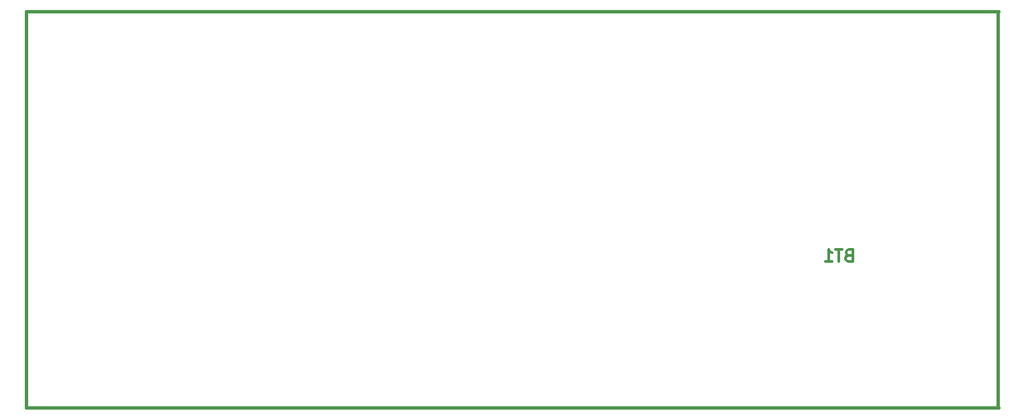
<source format=gbo>
G04 (created by PCBNEW-RS274X (2011-04-29 BZR 2986)-stable) date 8/30/2011 9:17:05 PM*
G01*
G70*
G90*
%MOIN*%
G04 Gerber Fmt 3.4, Leading zero omitted, Abs format*
%FSLAX34Y34*%
G04 APERTURE LIST*
%ADD10C,0.006000*%
%ADD11C,0.015000*%
%ADD12C,0.012000*%
G04 APERTURE END LIST*
G54D10*
G54D11*
X64600Y-25600D02*
X16300Y-25600D01*
X16300Y-05900D02*
X16300Y-06100D01*
X64600Y-05900D02*
X16300Y-05900D01*
X64567Y-25591D02*
X64567Y-05906D01*
X16312Y-05906D02*
X16312Y-25591D01*
G54D12*
X57171Y-18029D02*
X57085Y-18057D01*
X57057Y-18086D01*
X57028Y-18143D01*
X57028Y-18229D01*
X57057Y-18286D01*
X57085Y-18314D01*
X57143Y-18343D01*
X57371Y-18343D01*
X57371Y-17743D01*
X57171Y-17743D01*
X57114Y-17771D01*
X57085Y-17800D01*
X57057Y-17857D01*
X57057Y-17914D01*
X57085Y-17971D01*
X57114Y-18000D01*
X57171Y-18029D01*
X57371Y-18029D01*
X56857Y-17743D02*
X56514Y-17743D01*
X56685Y-18343D02*
X56685Y-17743D01*
X56000Y-18343D02*
X56343Y-18343D01*
X56171Y-18343D02*
X56171Y-17743D01*
X56228Y-17829D01*
X56286Y-17886D01*
X56343Y-17914D01*
M02*

</source>
